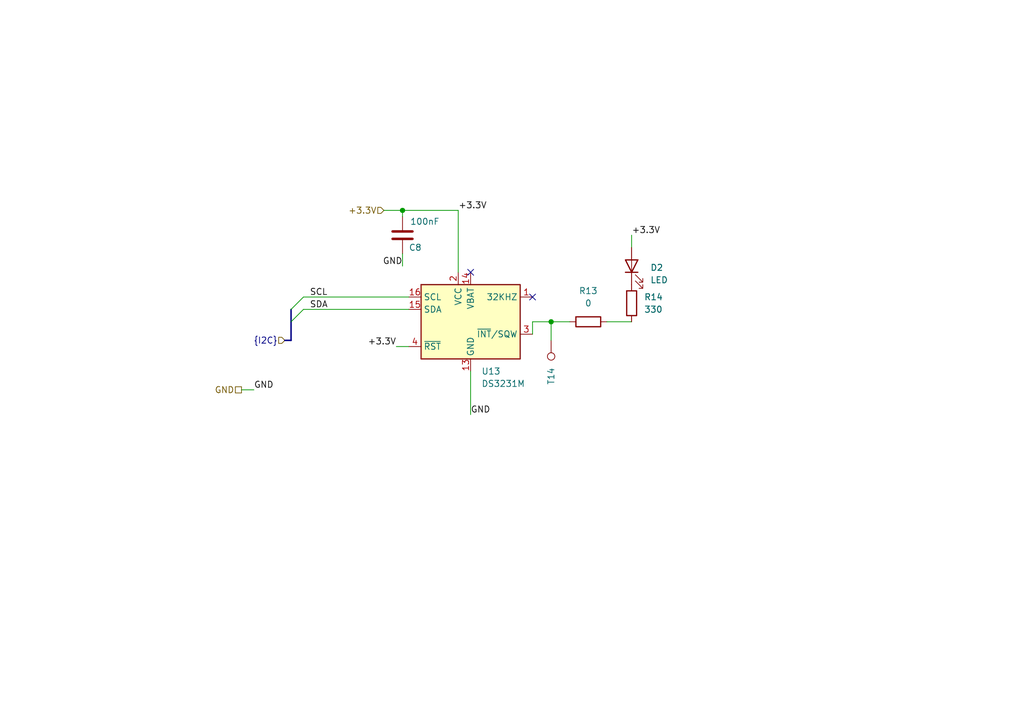
<source format=kicad_sch>
(kicad_sch (version 20231120) (generator "eeschema") (generator_version "8.0")
  (paper "A5")
  (title_block (title "RTC") (date "2024-11-03") (rev "1.0"))
  (lib_symbols
    (symbol "Connector:TestPoint" (pin_numbers hide) (pin_names (offset 0.762) hide)
      (property "Reference" "TP" (at 0 6.858 0))
      (property "Value" "TestPoint" (at 0 5.08 0))
      (symbol "TestPoint_0_1"
        (circle (center 0 3.302) (radius 0.762))
      )
      (symbol "TestPoint_1_1"
        (pin passive line (at 0 0 90) (length 2.54) (name "1") (number "1"))
      )
    )
    (symbol "Device:C" (pin_numbers hide) (pin_names (offset 0.254))
      (property "Reference" "C" (at 0.635 2.54 0))
      (property "Value" "C" (at 0.635 -2.54 0))
      (symbol "C_0_1"
        (polyline (pts (xy -2.032 -0.762) (xy 2.032 -0.762)) (stroke (width 0.508)))
        (polyline (pts (xy -2.032 0.762) (xy 2.032 0.762)) (stroke (width 0.508)))
      )
      (symbol "C_1_1"
        (pin passive line (at 0 3.81 270) (length 2.794) (name "~") (number "1"))
        (pin passive line (at 0 -3.81 90) (length 2.794) (name "~") (number "2"))
      )
    )
    (symbol "Device:LED" (pin_numbers hide) (pin_names (offset 1.016) hide)
      (property "Reference" "D" (at 0 2.54 0))
      (property "Value" "LED" (at 0 -2.54 0))
      (symbol "LED_0_1"
        (polyline (pts (xy -1.27 -1.27) (xy -1.27 1.27)) (stroke (width 0.254)))
        (polyline (pts (xy -1.27 0) (xy 1.27 0)))
        (polyline (pts (xy 1.27 -1.27) (xy 1.27 1.27) (xy -1.27 0) (xy 1.27 -1.27)) (stroke (width 0.254)))
        (polyline (pts (xy -3.048 -0.762) (xy -4.572 -2.286) (xy -3.81 -2.286) (xy -4.572 -2.286) (xy -4.572 -1.524)))
        (polyline (pts (xy -1.778 -0.762) (xy -3.302 -2.286) (xy -2.54 -2.286) (xy -3.302 -2.286) (xy -3.302 -1.524)))
      )
      (symbol "LED_1_1"
        (pin passive line (at -3.81 0 0) (length 2.54) (name "K") (number "1"))
        (pin passive line (at 3.81 0 180) (length 2.54) (name "A") (number "2"))
      )
    )
    (symbol "Device:R" (pin_numbers hide) (pin_names (offset 0))
      (property "Reference" "R" (at 2.032 0 90))
      (property "Value" "R" (at 0 0 90))
      (symbol "R_0_1"
        (rectangle (start -1.016 -2.54) (end 1.016 2.54) (stroke (width 0.254)))
      )
      (symbol "R_1_1"
        (pin passive line (at 0 3.81 270) (length 1.27) (name "~") (number "1"))
        (pin passive line (at 0 -3.81 90) (length 1.27) (name "~") (number "2"))
      )
    )
    (symbol "Timer_RTC:DS3231M"
      (property "Reference" "U" (at -7.62 8.89 0))
      (property "Value" "DS3231M" (at 10.16 8.89 0))
      (symbol "DS3231M_0_1"
        (rectangle (start -10.16 7.62) (end 10.16 -7.62) (stroke (width 0.254)) (fill (type background)))
      )
      (symbol "DS3231M_1_1"
        (pin open_collector line (at 12.7 5.08 180) (length 2.54) (name "32KHZ") (number "1"))
        (pin passive line (at 0 -10.16 90) (length 2.54) hide (name "GND") (number "10"))
        (pin passive line (at 0 -10.16 90) (length 2.54) hide (name "GND") (number "11"))
        (pin passive line (at 0 -10.16 90) (length 2.54) hide (name "GND") (number "12"))
        (pin power_in line (at 0 -10.16 90) (length 2.54) (name "GND") (number "13"))
        (pin power_in line (at 0 10.16 270) (length 2.54) (name "VBAT") (number "14"))
        (pin bidirectional line (at -12.7 2.54 0) (length 2.54) (name "SDA") (number "15"))
        (pin input line (at -12.7 5.08 0) (length 2.54) (name "SCL") (number "16"))
        (pin power_in line (at -2.54 10.16 270) (length 2.54) (name "VCC") (number "2"))
        (pin open_collector line (at 12.7 -2.54 180) (length 2.54) (name "~{INT}/SQW") (number "3"))
        (pin bidirectional line (at -12.7 -5.08 0) (length 2.54) (name "~{RST}") (number "4"))
        (pin passive line (at 0 -10.16 90) (length 2.54) hide (name "GND") (number "5"))
        (pin passive line (at 0 -10.16 90) (length 2.54) hide (name "GND") (number "6"))
        (pin passive line (at 0 -10.16 90) (length 2.54) hide (name "GND") (number "7"))
        (pin passive line (at 0 -10.16 90) (length 2.54) hide (name "GND") (number "8"))
        (pin passive line (at 0 -10.16 90) (length 2.54) hide (name "GND") (number "9"))
      )
    )
  )
  (junction (at 113.03 66.04))
  (junction (at 82.55 43.18))
  (no_connect (at 109.22 60.96))
  (no_connect (at 96.52 55.88))
  (bus_entry (at 62.23 63.5) (size -2.54 2.54))
  (bus_entry (at 62.23 60.96) (size -2.54 2.54))
  (bus (pts (xy 59.69 69.85) (xy 59.69 66.04)))
  (wire (pts (xy 82.55 43.18) (xy 93.98 43.18)))
  (wire (pts (xy 93.98 43.18) (xy 93.98 55.88)))
  (wire (pts (xy 96.52 76.2) (xy 96.52 85.09)))
  (wire (pts (xy 81.28 71.12) (xy 83.82 71.12)))
  (wire (pts (xy 129.54 48.26) (xy 129.54 50.8)))
  (wire (pts (xy 109.22 66.04) (xy 109.22 68.58)))
  (wire (pts (xy 113.03 66.04) (xy 116.84 66.04)))
  (bus (pts (xy 58.42 69.85) (xy 59.69 69.85)))
  (wire (pts (xy 78.74 43.18) (xy 82.55 43.18)))
  (wire (pts (xy 82.55 52.07) (xy 82.55 54.61)))
  (wire (pts (xy 113.03 66.04) (xy 113.03 69.85)))
  (wire (pts (xy 124.46 66.04) (xy 129.54 66.04)))
  (wire (pts (xy 62.23 60.96) (xy 83.82 60.96)))
  (wire (pts (xy 49.53 80.01) (xy 52.07 80.01)))
  (wire (pts (xy 82.55 43.18) (xy 82.55 44.45)))
  (wire (pts (xy 109.22 66.04) (xy 113.03 66.04)))
  (bus (pts (xy 59.69 66.04) (xy 59.69 63.5)))
  (wire (pts (xy 62.23 63.5) (xy 83.82 63.5)))
  (label "GND" (at 82.55 54.61 180))
  (label "GND" (at 96.52 85.09 0))
  (label "GND" (at 52.07 80.01 0))
  (label "SDA" (at 63.5 63.5 0))
  (label "+3.3V" (at 129.54 48.26 0))
  (label "SCL" (at 63.5 60.96 0))
  (label "+3.3V" (at 81.28 71.12 180))
  (label "+3.3V" (at 93.98 43.18 0))
  (hierarchical_label "+3.3V" (shape input) (at 78.74 43.18 180))
  (hierarchical_label "GND" (shape passive) (at 49.53 80.01 180))
  (hierarchical_label "{I2C}" (shape input) (at 58.42 69.85 180))
  (symbol (lib_id "Device:R") (at 120.65 66.04 90) (unit 1)
    (property "Reference" "R13" (at 120.65 59.69 90))
    (property "Value" "0" (at 120.65 62.23 90))
    (property "Footprint" "Resistor_SMD:R_0603_1608Metric" (effects (hide yes)))
  )
  (symbol (lib_id "Connector:TestPoint") (at 113.03 69.85 180) (unit 1)
    (property "Reference" "T14" (at 113.03 77.216 90))
    (property "Value" "TP" (effects (hide yes)))
    (property "Footprint" "TestPoint:TestPoint_Pad_D1.0mm" (effects (hide yes)))
    (property "Description" "test point" (effects (hide yes)))
  )
  (symbol (lib_id "Device:LED") (at 129.54 54.61 90) (unit 1)
    (property "Reference" "D2" (at 133.35 54.9275 90) (effects (justify right)))
    (property "Value" "LED" (at 133.35 57.4675 90) (effects (justify right)))
    (property "Footprint" "LED_SMD:LED_0603_1608Metric" (effects (hide yes)))
  )
  (symbol (lib_id "Timer_RTC:DS3231M") (at 96.52 66.04 0) (unit 1)
    (property "Reference" "U13" (at 98.7141 76.2 0) (effects (justify left)))
    (property "Value" "DS3231M" (at 98.7141 78.74 0) (effects (justify left)))
    (property "Footprint" "Package_SO:SOIC-16W_7.5x10.3mm_P1.27mm" (effects (hide yes)))
    (property "Datasheet" "http://datasheets.maximintegrated.com/en/ds/DS3231.pdf" (effects (hide yes)))
    (property "Description" "Extremely Accurate I2C-Integrated RTC/TCXO/Crystal SOIC-16" (effects (hide yes)))
  )
  (symbol (lib_id "Device:C") (at 82.55 48.26 0) (unit 1)
    (property "Reference" "C8" (at 83.82 50.8 0) (effects (justify left)))
    (property "Value" "100nF" (at 84.074 45.466 0) (effects (justify left)))
    (property "Footprint" "Capacitor_SMD:C_0603_1608Metric" (effects (hide yes)))
  )
  (symbol (lib_id "Device:R") (at 129.54 62.23 0) (unit 1)
    (property "Reference" "R14" (at 132.08 60.9599 0) (effects (justify left)))
    (property "Value" "330" (at 132.08 63.4999 0) (effects (justify left)))
    (property "Footprint" "Resistor_SMD:R_0603_1608Metric" (effects (hide yes)))
  )
)
</source>
